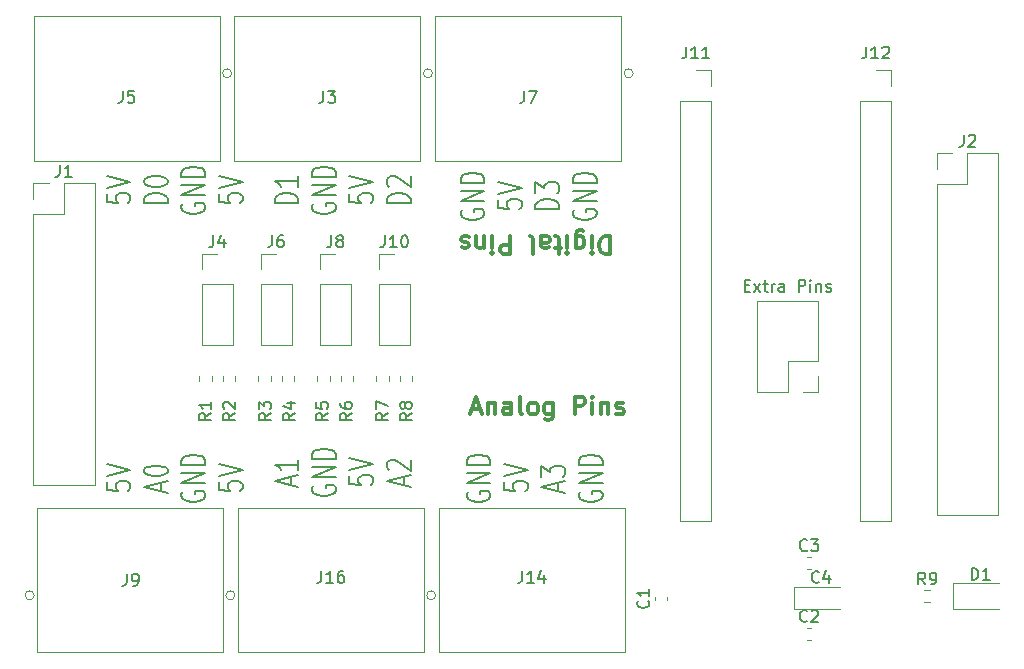
<source format=gbr>
%TF.GenerationSoftware,KiCad,Pcbnew,(5.1.10)-1*%
%TF.CreationDate,2022-02-05T10:08:01-05:00*%
%TF.ProjectId,RevA,52657641-2e6b-4696-9361-645f70636258,rev?*%
%TF.SameCoordinates,Original*%
%TF.FileFunction,Legend,Top*%
%TF.FilePolarity,Positive*%
%FSLAX46Y46*%
G04 Gerber Fmt 4.6, Leading zero omitted, Abs format (unit mm)*
G04 Created by KiCad (PCBNEW (5.1.10)-1) date 2022-02-05 10:08:01*
%MOMM*%
%LPD*%
G01*
G04 APERTURE LIST*
%ADD10C,0.170000*%
%ADD11C,0.300000*%
%ADD12C,0.120000*%
%ADD13C,0.150000*%
G04 APERTURE END LIST*
D10*
X167885761Y-86137714D02*
X167885761Y-86852000D01*
X168838142Y-86923428D01*
X168742904Y-86852000D01*
X168647666Y-86709142D01*
X168647666Y-86352000D01*
X168742904Y-86209142D01*
X168838142Y-86137714D01*
X169028619Y-86066285D01*
X169504809Y-86066285D01*
X169695285Y-86137714D01*
X169790523Y-86209142D01*
X169885761Y-86352000D01*
X169885761Y-86709142D01*
X169790523Y-86852000D01*
X169695285Y-86923428D01*
X167885761Y-85637714D02*
X169885761Y-85137714D01*
X167885761Y-84637714D01*
X173055761Y-86959142D02*
X171055761Y-86959142D01*
X171055761Y-86602000D01*
X171151000Y-86387714D01*
X171341476Y-86244857D01*
X171531952Y-86173428D01*
X171912904Y-86102000D01*
X172198619Y-86102000D01*
X172579571Y-86173428D01*
X172770047Y-86244857D01*
X172960523Y-86387714D01*
X173055761Y-86602000D01*
X173055761Y-86959142D01*
X171055761Y-85173428D02*
X171055761Y-85030571D01*
X171151000Y-84887714D01*
X171246238Y-84816285D01*
X171436714Y-84744857D01*
X171817666Y-84673428D01*
X172293857Y-84673428D01*
X172674809Y-84744857D01*
X172865285Y-84816285D01*
X172960523Y-84887714D01*
X173055761Y-85030571D01*
X173055761Y-85173428D01*
X172960523Y-85316285D01*
X172865285Y-85387714D01*
X172674809Y-85459142D01*
X172293857Y-85530571D01*
X171817666Y-85530571D01*
X171436714Y-85459142D01*
X171246238Y-85387714D01*
X171151000Y-85316285D01*
X171055761Y-85173428D01*
X174321000Y-86994857D02*
X174225761Y-87137714D01*
X174225761Y-87352000D01*
X174321000Y-87566285D01*
X174511476Y-87709142D01*
X174701952Y-87780571D01*
X175082904Y-87852000D01*
X175368619Y-87852000D01*
X175749571Y-87780571D01*
X175940047Y-87709142D01*
X176130523Y-87566285D01*
X176225761Y-87352000D01*
X176225761Y-87209142D01*
X176130523Y-86994857D01*
X176035285Y-86923428D01*
X175368619Y-86923428D01*
X175368619Y-87209142D01*
X176225761Y-86280571D02*
X174225761Y-86280571D01*
X176225761Y-85423428D01*
X174225761Y-85423428D01*
X176225761Y-84709142D02*
X174225761Y-84709142D01*
X174225761Y-84352000D01*
X174321000Y-84137714D01*
X174511476Y-83994857D01*
X174701952Y-83923428D01*
X175082904Y-83852000D01*
X175368619Y-83852000D01*
X175749571Y-83923428D01*
X175940047Y-83994857D01*
X176130523Y-84137714D01*
X176225761Y-84352000D01*
X176225761Y-84709142D01*
X177395761Y-86137714D02*
X177395761Y-86852000D01*
X178348142Y-86923428D01*
X178252904Y-86852000D01*
X178157666Y-86709142D01*
X178157666Y-86352000D01*
X178252904Y-86209142D01*
X178348142Y-86137714D01*
X178538619Y-86066285D01*
X179014809Y-86066285D01*
X179205285Y-86137714D01*
X179300523Y-86209142D01*
X179395761Y-86352000D01*
X179395761Y-86709142D01*
X179300523Y-86852000D01*
X179205285Y-86923428D01*
X177395761Y-85637714D02*
X179395761Y-85137714D01*
X177395761Y-84637714D01*
X184109761Y-86959142D02*
X182109761Y-86959142D01*
X182109761Y-86602000D01*
X182205000Y-86387714D01*
X182395476Y-86244857D01*
X182585952Y-86173428D01*
X182966904Y-86102000D01*
X183252619Y-86102000D01*
X183633571Y-86173428D01*
X183824047Y-86244857D01*
X184014523Y-86387714D01*
X184109761Y-86602000D01*
X184109761Y-86959142D01*
X184109761Y-84673428D02*
X184109761Y-85530571D01*
X184109761Y-85102000D02*
X182109761Y-85102000D01*
X182395476Y-85244857D01*
X182585952Y-85387714D01*
X182681190Y-85530571D01*
X185375000Y-86994857D02*
X185279761Y-87137714D01*
X185279761Y-87352000D01*
X185375000Y-87566285D01*
X185565476Y-87709142D01*
X185755952Y-87780571D01*
X186136904Y-87852000D01*
X186422619Y-87852000D01*
X186803571Y-87780571D01*
X186994047Y-87709142D01*
X187184523Y-87566285D01*
X187279761Y-87352000D01*
X187279761Y-87209142D01*
X187184523Y-86994857D01*
X187089285Y-86923428D01*
X186422619Y-86923428D01*
X186422619Y-87209142D01*
X187279761Y-86280571D02*
X185279761Y-86280571D01*
X187279761Y-85423428D01*
X185279761Y-85423428D01*
X187279761Y-84709142D02*
X185279761Y-84709142D01*
X185279761Y-84352000D01*
X185375000Y-84137714D01*
X185565476Y-83994857D01*
X185755952Y-83923428D01*
X186136904Y-83852000D01*
X186422619Y-83852000D01*
X186803571Y-83923428D01*
X186994047Y-83994857D01*
X187184523Y-84137714D01*
X187279761Y-84352000D01*
X187279761Y-84709142D01*
X188449761Y-86137714D02*
X188449761Y-86852000D01*
X189402142Y-86923428D01*
X189306904Y-86852000D01*
X189211666Y-86709142D01*
X189211666Y-86352000D01*
X189306904Y-86209142D01*
X189402142Y-86137714D01*
X189592619Y-86066285D01*
X190068809Y-86066285D01*
X190259285Y-86137714D01*
X190354523Y-86209142D01*
X190449761Y-86352000D01*
X190449761Y-86709142D01*
X190354523Y-86852000D01*
X190259285Y-86923428D01*
X188449761Y-85637714D02*
X190449761Y-85137714D01*
X188449761Y-84637714D01*
X193619761Y-86959142D02*
X191619761Y-86959142D01*
X191619761Y-86602000D01*
X191715000Y-86387714D01*
X191905476Y-86244857D01*
X192095952Y-86173428D01*
X192476904Y-86102000D01*
X192762619Y-86102000D01*
X193143571Y-86173428D01*
X193334047Y-86244857D01*
X193524523Y-86387714D01*
X193619761Y-86602000D01*
X193619761Y-86959142D01*
X191810238Y-85530571D02*
X191715000Y-85459142D01*
X191619761Y-85316285D01*
X191619761Y-84959142D01*
X191715000Y-84816285D01*
X191810238Y-84744857D01*
X192000714Y-84673428D01*
X192191190Y-84673428D01*
X192476904Y-84744857D01*
X193619761Y-85602000D01*
X193619761Y-84673428D01*
X197953000Y-87502857D02*
X197857761Y-87645714D01*
X197857761Y-87860000D01*
X197953000Y-88074285D01*
X198143476Y-88217142D01*
X198333952Y-88288571D01*
X198714904Y-88360000D01*
X199000619Y-88360000D01*
X199381571Y-88288571D01*
X199572047Y-88217142D01*
X199762523Y-88074285D01*
X199857761Y-87860000D01*
X199857761Y-87717142D01*
X199762523Y-87502857D01*
X199667285Y-87431428D01*
X199000619Y-87431428D01*
X199000619Y-87717142D01*
X199857761Y-86788571D02*
X197857761Y-86788571D01*
X199857761Y-85931428D01*
X197857761Y-85931428D01*
X199857761Y-85217142D02*
X197857761Y-85217142D01*
X197857761Y-84860000D01*
X197953000Y-84645714D01*
X198143476Y-84502857D01*
X198333952Y-84431428D01*
X198714904Y-84360000D01*
X199000619Y-84360000D01*
X199381571Y-84431428D01*
X199572047Y-84502857D01*
X199762523Y-84645714D01*
X199857761Y-84860000D01*
X199857761Y-85217142D01*
X201027761Y-86645714D02*
X201027761Y-87360000D01*
X201980142Y-87431428D01*
X201884904Y-87360000D01*
X201789666Y-87217142D01*
X201789666Y-86860000D01*
X201884904Y-86717142D01*
X201980142Y-86645714D01*
X202170619Y-86574285D01*
X202646809Y-86574285D01*
X202837285Y-86645714D01*
X202932523Y-86717142D01*
X203027761Y-86860000D01*
X203027761Y-87217142D01*
X202932523Y-87360000D01*
X202837285Y-87431428D01*
X201027761Y-86145714D02*
X203027761Y-85645714D01*
X201027761Y-85145714D01*
X206197761Y-87467142D02*
X204197761Y-87467142D01*
X204197761Y-87110000D01*
X204293000Y-86895714D01*
X204483476Y-86752857D01*
X204673952Y-86681428D01*
X205054904Y-86610000D01*
X205340619Y-86610000D01*
X205721571Y-86681428D01*
X205912047Y-86752857D01*
X206102523Y-86895714D01*
X206197761Y-87110000D01*
X206197761Y-87467142D01*
X204197761Y-86110000D02*
X204197761Y-85181428D01*
X204959666Y-85681428D01*
X204959666Y-85467142D01*
X205054904Y-85324285D01*
X205150142Y-85252857D01*
X205340619Y-85181428D01*
X205816809Y-85181428D01*
X206007285Y-85252857D01*
X206102523Y-85324285D01*
X206197761Y-85467142D01*
X206197761Y-85895714D01*
X206102523Y-86038571D01*
X206007285Y-86110000D01*
X207463000Y-87502857D02*
X207367761Y-87645714D01*
X207367761Y-87860000D01*
X207463000Y-88074285D01*
X207653476Y-88217142D01*
X207843952Y-88288571D01*
X208224904Y-88360000D01*
X208510619Y-88360000D01*
X208891571Y-88288571D01*
X209082047Y-88217142D01*
X209272523Y-88074285D01*
X209367761Y-87860000D01*
X209367761Y-87717142D01*
X209272523Y-87502857D01*
X209177285Y-87431428D01*
X208510619Y-87431428D01*
X208510619Y-87717142D01*
X209367761Y-86788571D02*
X207367761Y-86788571D01*
X209367761Y-85931428D01*
X207367761Y-85931428D01*
X209367761Y-85217142D02*
X207367761Y-85217142D01*
X207367761Y-84860000D01*
X207463000Y-84645714D01*
X207653476Y-84502857D01*
X207843952Y-84431428D01*
X208224904Y-84360000D01*
X208510619Y-84360000D01*
X208891571Y-84431428D01*
X209082047Y-84502857D01*
X209272523Y-84645714D01*
X209367761Y-84860000D01*
X209367761Y-85217142D01*
X198461000Y-111378857D02*
X198365761Y-111521714D01*
X198365761Y-111736000D01*
X198461000Y-111950285D01*
X198651476Y-112093142D01*
X198841952Y-112164571D01*
X199222904Y-112236000D01*
X199508619Y-112236000D01*
X199889571Y-112164571D01*
X200080047Y-112093142D01*
X200270523Y-111950285D01*
X200365761Y-111736000D01*
X200365761Y-111593142D01*
X200270523Y-111378857D01*
X200175285Y-111307428D01*
X199508619Y-111307428D01*
X199508619Y-111593142D01*
X200365761Y-110664571D02*
X198365761Y-110664571D01*
X200365761Y-109807428D01*
X198365761Y-109807428D01*
X200365761Y-109093142D02*
X198365761Y-109093142D01*
X198365761Y-108736000D01*
X198461000Y-108521714D01*
X198651476Y-108378857D01*
X198841952Y-108307428D01*
X199222904Y-108236000D01*
X199508619Y-108236000D01*
X199889571Y-108307428D01*
X200080047Y-108378857D01*
X200270523Y-108521714D01*
X200365761Y-108736000D01*
X200365761Y-109093142D01*
X201535761Y-110521714D02*
X201535761Y-111236000D01*
X202488142Y-111307428D01*
X202392904Y-111236000D01*
X202297666Y-111093142D01*
X202297666Y-110736000D01*
X202392904Y-110593142D01*
X202488142Y-110521714D01*
X202678619Y-110450285D01*
X203154809Y-110450285D01*
X203345285Y-110521714D01*
X203440523Y-110593142D01*
X203535761Y-110736000D01*
X203535761Y-111093142D01*
X203440523Y-111236000D01*
X203345285Y-111307428D01*
X201535761Y-110021714D02*
X203535761Y-109521714D01*
X201535761Y-109021714D01*
X206134333Y-111307428D02*
X206134333Y-110593142D01*
X206705761Y-111450285D02*
X204705761Y-110950285D01*
X206705761Y-110450285D01*
X204705761Y-110093142D02*
X204705761Y-109164571D01*
X205467666Y-109664571D01*
X205467666Y-109450285D01*
X205562904Y-109307428D01*
X205658142Y-109236000D01*
X205848619Y-109164571D01*
X206324809Y-109164571D01*
X206515285Y-109236000D01*
X206610523Y-109307428D01*
X206705761Y-109450285D01*
X206705761Y-109878857D01*
X206610523Y-110021714D01*
X206515285Y-110093142D01*
X207971000Y-111378857D02*
X207875761Y-111521714D01*
X207875761Y-111736000D01*
X207971000Y-111950285D01*
X208161476Y-112093142D01*
X208351952Y-112164571D01*
X208732904Y-112236000D01*
X209018619Y-112236000D01*
X209399571Y-112164571D01*
X209590047Y-112093142D01*
X209780523Y-111950285D01*
X209875761Y-111736000D01*
X209875761Y-111593142D01*
X209780523Y-111378857D01*
X209685285Y-111307428D01*
X209018619Y-111307428D01*
X209018619Y-111593142D01*
X209875761Y-110664571D02*
X207875761Y-110664571D01*
X209875761Y-109807428D01*
X207875761Y-109807428D01*
X209875761Y-109093142D02*
X207875761Y-109093142D01*
X207875761Y-108736000D01*
X207971000Y-108521714D01*
X208161476Y-108378857D01*
X208351952Y-108307428D01*
X208732904Y-108236000D01*
X209018619Y-108236000D01*
X209399571Y-108307428D01*
X209590047Y-108378857D01*
X209780523Y-108521714D01*
X209875761Y-108736000D01*
X209875761Y-109093142D01*
X183538333Y-110799428D02*
X183538333Y-110085142D01*
X184109761Y-110942285D02*
X182109761Y-110442285D01*
X184109761Y-109942285D01*
X184109761Y-108656571D02*
X184109761Y-109513714D01*
X184109761Y-109085142D02*
X182109761Y-109085142D01*
X182395476Y-109228000D01*
X182585952Y-109370857D01*
X182681190Y-109513714D01*
X185375000Y-110870857D02*
X185279761Y-111013714D01*
X185279761Y-111228000D01*
X185375000Y-111442285D01*
X185565476Y-111585142D01*
X185755952Y-111656571D01*
X186136904Y-111728000D01*
X186422619Y-111728000D01*
X186803571Y-111656571D01*
X186994047Y-111585142D01*
X187184523Y-111442285D01*
X187279761Y-111228000D01*
X187279761Y-111085142D01*
X187184523Y-110870857D01*
X187089285Y-110799428D01*
X186422619Y-110799428D01*
X186422619Y-111085142D01*
X187279761Y-110156571D02*
X185279761Y-110156571D01*
X187279761Y-109299428D01*
X185279761Y-109299428D01*
X187279761Y-108585142D02*
X185279761Y-108585142D01*
X185279761Y-108228000D01*
X185375000Y-108013714D01*
X185565476Y-107870857D01*
X185755952Y-107799428D01*
X186136904Y-107728000D01*
X186422619Y-107728000D01*
X186803571Y-107799428D01*
X186994047Y-107870857D01*
X187184523Y-108013714D01*
X187279761Y-108228000D01*
X187279761Y-108585142D01*
X188449761Y-110013714D02*
X188449761Y-110728000D01*
X189402142Y-110799428D01*
X189306904Y-110728000D01*
X189211666Y-110585142D01*
X189211666Y-110228000D01*
X189306904Y-110085142D01*
X189402142Y-110013714D01*
X189592619Y-109942285D01*
X190068809Y-109942285D01*
X190259285Y-110013714D01*
X190354523Y-110085142D01*
X190449761Y-110228000D01*
X190449761Y-110585142D01*
X190354523Y-110728000D01*
X190259285Y-110799428D01*
X188449761Y-109513714D02*
X190449761Y-109013714D01*
X188449761Y-108513714D01*
X193048333Y-110799428D02*
X193048333Y-110085142D01*
X193619761Y-110942285D02*
X191619761Y-110442285D01*
X193619761Y-109942285D01*
X191810238Y-109513714D02*
X191715000Y-109442285D01*
X191619761Y-109299428D01*
X191619761Y-108942285D01*
X191715000Y-108799428D01*
X191810238Y-108728000D01*
X192000714Y-108656571D01*
X192191190Y-108656571D01*
X192476904Y-108728000D01*
X193619761Y-109585142D01*
X193619761Y-108656571D01*
X167885761Y-110521714D02*
X167885761Y-111236000D01*
X168838142Y-111307428D01*
X168742904Y-111236000D01*
X168647666Y-111093142D01*
X168647666Y-110736000D01*
X168742904Y-110593142D01*
X168838142Y-110521714D01*
X169028619Y-110450285D01*
X169504809Y-110450285D01*
X169695285Y-110521714D01*
X169790523Y-110593142D01*
X169885761Y-110736000D01*
X169885761Y-111093142D01*
X169790523Y-111236000D01*
X169695285Y-111307428D01*
X167885761Y-110021714D02*
X169885761Y-109521714D01*
X167885761Y-109021714D01*
X172484333Y-111307428D02*
X172484333Y-110593142D01*
X173055761Y-111450285D02*
X171055761Y-110950285D01*
X173055761Y-110450285D01*
X171055761Y-109664571D02*
X171055761Y-109521714D01*
X171151000Y-109378857D01*
X171246238Y-109307428D01*
X171436714Y-109236000D01*
X171817666Y-109164571D01*
X172293857Y-109164571D01*
X172674809Y-109236000D01*
X172865285Y-109307428D01*
X172960523Y-109378857D01*
X173055761Y-109521714D01*
X173055761Y-109664571D01*
X172960523Y-109807428D01*
X172865285Y-109878857D01*
X172674809Y-109950285D01*
X172293857Y-110021714D01*
X171817666Y-110021714D01*
X171436714Y-109950285D01*
X171246238Y-109878857D01*
X171151000Y-109807428D01*
X171055761Y-109664571D01*
X174321000Y-111378857D02*
X174225761Y-111521714D01*
X174225761Y-111736000D01*
X174321000Y-111950285D01*
X174511476Y-112093142D01*
X174701952Y-112164571D01*
X175082904Y-112236000D01*
X175368619Y-112236000D01*
X175749571Y-112164571D01*
X175940047Y-112093142D01*
X176130523Y-111950285D01*
X176225761Y-111736000D01*
X176225761Y-111593142D01*
X176130523Y-111378857D01*
X176035285Y-111307428D01*
X175368619Y-111307428D01*
X175368619Y-111593142D01*
X176225761Y-110664571D02*
X174225761Y-110664571D01*
X176225761Y-109807428D01*
X174225761Y-109807428D01*
X176225761Y-109093142D02*
X174225761Y-109093142D01*
X174225761Y-108736000D01*
X174321000Y-108521714D01*
X174511476Y-108378857D01*
X174701952Y-108307428D01*
X175082904Y-108236000D01*
X175368619Y-108236000D01*
X175749571Y-108307428D01*
X175940047Y-108378857D01*
X176130523Y-108521714D01*
X176225761Y-108736000D01*
X176225761Y-109093142D01*
X177395761Y-110521714D02*
X177395761Y-111236000D01*
X178348142Y-111307428D01*
X178252904Y-111236000D01*
X178157666Y-111093142D01*
X178157666Y-110736000D01*
X178252904Y-110593142D01*
X178348142Y-110521714D01*
X178538619Y-110450285D01*
X179014809Y-110450285D01*
X179205285Y-110521714D01*
X179300523Y-110593142D01*
X179395761Y-110736000D01*
X179395761Y-111093142D01*
X179300523Y-111236000D01*
X179205285Y-111307428D01*
X177395761Y-110021714D02*
X179395761Y-109521714D01*
X177395761Y-109021714D01*
D11*
X210466000Y-89745428D02*
X210466000Y-91245428D01*
X210108857Y-91245428D01*
X209894571Y-91174000D01*
X209751714Y-91031142D01*
X209680285Y-90888285D01*
X209608857Y-90602571D01*
X209608857Y-90388285D01*
X209680285Y-90102571D01*
X209751714Y-89959714D01*
X209894571Y-89816857D01*
X210108857Y-89745428D01*
X210466000Y-89745428D01*
X208966000Y-89745428D02*
X208966000Y-90745428D01*
X208966000Y-91245428D02*
X209037428Y-91174000D01*
X208966000Y-91102571D01*
X208894571Y-91174000D01*
X208966000Y-91245428D01*
X208966000Y-91102571D01*
X207608857Y-90745428D02*
X207608857Y-89531142D01*
X207680285Y-89388285D01*
X207751714Y-89316857D01*
X207894571Y-89245428D01*
X208108857Y-89245428D01*
X208251714Y-89316857D01*
X207608857Y-89816857D02*
X207751714Y-89745428D01*
X208037428Y-89745428D01*
X208180285Y-89816857D01*
X208251714Y-89888285D01*
X208323142Y-90031142D01*
X208323142Y-90459714D01*
X208251714Y-90602571D01*
X208180285Y-90674000D01*
X208037428Y-90745428D01*
X207751714Y-90745428D01*
X207608857Y-90674000D01*
X206894571Y-89745428D02*
X206894571Y-90745428D01*
X206894571Y-91245428D02*
X206966000Y-91174000D01*
X206894571Y-91102571D01*
X206823142Y-91174000D01*
X206894571Y-91245428D01*
X206894571Y-91102571D01*
X206394571Y-90745428D02*
X205823142Y-90745428D01*
X206180285Y-91245428D02*
X206180285Y-89959714D01*
X206108857Y-89816857D01*
X205966000Y-89745428D01*
X205823142Y-89745428D01*
X204680285Y-89745428D02*
X204680285Y-90531142D01*
X204751714Y-90674000D01*
X204894571Y-90745428D01*
X205180285Y-90745428D01*
X205323142Y-90674000D01*
X204680285Y-89816857D02*
X204823142Y-89745428D01*
X205180285Y-89745428D01*
X205323142Y-89816857D01*
X205394571Y-89959714D01*
X205394571Y-90102571D01*
X205323142Y-90245428D01*
X205180285Y-90316857D01*
X204823142Y-90316857D01*
X204680285Y-90388285D01*
X203751714Y-89745428D02*
X203894571Y-89816857D01*
X203966000Y-89959714D01*
X203966000Y-91245428D01*
X202037428Y-89745428D02*
X202037428Y-91245428D01*
X201466000Y-91245428D01*
X201323142Y-91174000D01*
X201251714Y-91102571D01*
X201180285Y-90959714D01*
X201180285Y-90745428D01*
X201251714Y-90602571D01*
X201323142Y-90531142D01*
X201466000Y-90459714D01*
X202037428Y-90459714D01*
X200537428Y-89745428D02*
X200537428Y-90745428D01*
X200537428Y-91245428D02*
X200608857Y-91174000D01*
X200537428Y-91102571D01*
X200466000Y-91174000D01*
X200537428Y-91245428D01*
X200537428Y-91102571D01*
X199823142Y-90745428D02*
X199823142Y-89745428D01*
X199823142Y-90602571D02*
X199751714Y-90674000D01*
X199608857Y-90745428D01*
X199394571Y-90745428D01*
X199251714Y-90674000D01*
X199180285Y-90531142D01*
X199180285Y-89745428D01*
X198537428Y-89816857D02*
X198394571Y-89745428D01*
X198108857Y-89745428D01*
X197966000Y-89816857D01*
X197894571Y-89959714D01*
X197894571Y-90031142D01*
X197966000Y-90174000D01*
X198108857Y-90245428D01*
X198323142Y-90245428D01*
X198466000Y-90316857D01*
X198537428Y-90459714D01*
X198537428Y-90531142D01*
X198466000Y-90674000D01*
X198323142Y-90745428D01*
X198108857Y-90745428D01*
X197966000Y-90674000D01*
X198803428Y-104390000D02*
X199517714Y-104390000D01*
X198660571Y-104818571D02*
X199160571Y-103318571D01*
X199660571Y-104818571D01*
X200160571Y-103818571D02*
X200160571Y-104818571D01*
X200160571Y-103961428D02*
X200232000Y-103890000D01*
X200374857Y-103818571D01*
X200589142Y-103818571D01*
X200732000Y-103890000D01*
X200803428Y-104032857D01*
X200803428Y-104818571D01*
X202160571Y-104818571D02*
X202160571Y-104032857D01*
X202089142Y-103890000D01*
X201946285Y-103818571D01*
X201660571Y-103818571D01*
X201517714Y-103890000D01*
X202160571Y-104747142D02*
X202017714Y-104818571D01*
X201660571Y-104818571D01*
X201517714Y-104747142D01*
X201446285Y-104604285D01*
X201446285Y-104461428D01*
X201517714Y-104318571D01*
X201660571Y-104247142D01*
X202017714Y-104247142D01*
X202160571Y-104175714D01*
X203089142Y-104818571D02*
X202946285Y-104747142D01*
X202874857Y-104604285D01*
X202874857Y-103318571D01*
X203874857Y-104818571D02*
X203732000Y-104747142D01*
X203660571Y-104675714D01*
X203589142Y-104532857D01*
X203589142Y-104104285D01*
X203660571Y-103961428D01*
X203732000Y-103890000D01*
X203874857Y-103818571D01*
X204089142Y-103818571D01*
X204232000Y-103890000D01*
X204303428Y-103961428D01*
X204374857Y-104104285D01*
X204374857Y-104532857D01*
X204303428Y-104675714D01*
X204232000Y-104747142D01*
X204089142Y-104818571D01*
X203874857Y-104818571D01*
X205660571Y-103818571D02*
X205660571Y-105032857D01*
X205589142Y-105175714D01*
X205517714Y-105247142D01*
X205374857Y-105318571D01*
X205160571Y-105318571D01*
X205017714Y-105247142D01*
X205660571Y-104747142D02*
X205517714Y-104818571D01*
X205232000Y-104818571D01*
X205089142Y-104747142D01*
X205017714Y-104675714D01*
X204946285Y-104532857D01*
X204946285Y-104104285D01*
X205017714Y-103961428D01*
X205089142Y-103890000D01*
X205232000Y-103818571D01*
X205517714Y-103818571D01*
X205660571Y-103890000D01*
X207517714Y-104818571D02*
X207517714Y-103318571D01*
X208089142Y-103318571D01*
X208232000Y-103390000D01*
X208303428Y-103461428D01*
X208374857Y-103604285D01*
X208374857Y-103818571D01*
X208303428Y-103961428D01*
X208232000Y-104032857D01*
X208089142Y-104104285D01*
X207517714Y-104104285D01*
X209017714Y-104818571D02*
X209017714Y-103818571D01*
X209017714Y-103318571D02*
X208946285Y-103390000D01*
X209017714Y-103461428D01*
X209089142Y-103390000D01*
X209017714Y-103318571D01*
X209017714Y-103461428D01*
X209732000Y-103818571D02*
X209732000Y-104818571D01*
X209732000Y-103961428D02*
X209803428Y-103890000D01*
X209946285Y-103818571D01*
X210160571Y-103818571D01*
X210303428Y-103890000D01*
X210374857Y-104032857D01*
X210374857Y-104818571D01*
X211017714Y-104747142D02*
X211160571Y-104818571D01*
X211446285Y-104818571D01*
X211589142Y-104747142D01*
X211660571Y-104604285D01*
X211660571Y-104532857D01*
X211589142Y-104390000D01*
X211446285Y-104318571D01*
X211232000Y-104318571D01*
X211089142Y-104247142D01*
X211017714Y-104104285D01*
X211017714Y-104032857D01*
X211089142Y-103890000D01*
X211232000Y-103818571D01*
X211446285Y-103818571D01*
X211589142Y-103890000D01*
D12*
%TO.C,C1*%
X215308000Y-120570580D02*
X215308000Y-120289420D01*
X214288000Y-120570580D02*
X214288000Y-120289420D01*
%TO.C,C2*%
X227217420Y-122870000D02*
X227498580Y-122870000D01*
X227217420Y-123890000D02*
X227498580Y-123890000D01*
%TO.C,C3*%
X227217420Y-117890000D02*
X227498580Y-117890000D01*
X227217420Y-116870000D02*
X227498580Y-116870000D01*
%TO.C,C4*%
X229958000Y-119445000D02*
X226048000Y-119445000D01*
X226048000Y-119445000D02*
X226048000Y-121315000D01*
X226048000Y-121315000D02*
X229958000Y-121315000D01*
%TO.C,D1*%
X239573000Y-121333000D02*
X243458000Y-121333000D01*
X239573000Y-119063000D02*
X239573000Y-121333000D01*
X243458000Y-119063000D02*
X239573000Y-119063000D01*
%TO.C,J1*%
X161670000Y-85240000D02*
X163000000Y-85240000D01*
X161670000Y-86570000D02*
X161670000Y-85240000D01*
X164270000Y-85240000D02*
X166870000Y-85240000D01*
X164270000Y-87840000D02*
X164270000Y-85240000D01*
X161670000Y-87840000D02*
X164270000Y-87840000D01*
X166870000Y-85240000D02*
X166870000Y-110760000D01*
X161670000Y-87840000D02*
X161670000Y-110760000D01*
X161670000Y-110760000D02*
X166870000Y-110760000D01*
%TO.C,J2*%
X238170000Y-82700000D02*
X239500000Y-82700000D01*
X238170000Y-84030000D02*
X238170000Y-82700000D01*
X240770000Y-82700000D02*
X243370000Y-82700000D01*
X240770000Y-85300000D02*
X240770000Y-82700000D01*
X238170000Y-85300000D02*
X240770000Y-85300000D01*
X243370000Y-82700000D02*
X243370000Y-113300000D01*
X238170000Y-85300000D02*
X238170000Y-113300000D01*
X238170000Y-113300000D02*
X243370000Y-113300000D01*
%TO.C,J4*%
X175920000Y-98950000D02*
X178580000Y-98950000D01*
X175920000Y-93810000D02*
X175920000Y-98950000D01*
X178580000Y-93810000D02*
X178580000Y-98950000D01*
X175920000Y-93810000D02*
X178580000Y-93810000D01*
X175920000Y-92540000D02*
X175920000Y-91210000D01*
X175920000Y-91210000D02*
X177250000Y-91210000D01*
%TO.C,J6*%
X180920000Y-98950000D02*
X183580000Y-98950000D01*
X180920000Y-93810000D02*
X180920000Y-98950000D01*
X183580000Y-93810000D02*
X183580000Y-98950000D01*
X180920000Y-93810000D02*
X183580000Y-93810000D01*
X180920000Y-92540000D02*
X180920000Y-91210000D01*
X180920000Y-91210000D02*
X182250000Y-91210000D01*
%TO.C,J8*%
X185920000Y-98950000D02*
X188580000Y-98950000D01*
X185920000Y-93810000D02*
X185920000Y-98950000D01*
X188580000Y-93810000D02*
X188580000Y-98950000D01*
X185920000Y-93810000D02*
X188580000Y-93810000D01*
X185920000Y-92540000D02*
X185920000Y-91210000D01*
X185920000Y-91210000D02*
X187250000Y-91210000D01*
%TO.C,J10*%
X190920000Y-98950000D02*
X193580000Y-98950000D01*
X190920000Y-93810000D02*
X190920000Y-98950000D01*
X193580000Y-93810000D02*
X193580000Y-98950000D01*
X190920000Y-93810000D02*
X193580000Y-93810000D01*
X190920000Y-92540000D02*
X190920000Y-91210000D01*
X190920000Y-91210000D02*
X192250000Y-91210000D01*
%TO.C,J11*%
X217760000Y-75670000D02*
X219090000Y-75670000D01*
X219090000Y-75670000D02*
X219090000Y-77000000D01*
X219090000Y-78270000D02*
X219090000Y-113890000D01*
X216430000Y-113890000D02*
X219090000Y-113890000D01*
X216430000Y-78270000D02*
X216430000Y-113890000D01*
X216430000Y-78270000D02*
X219090000Y-78270000D01*
%TO.C,J12*%
X231670000Y-78270000D02*
X234330000Y-78270000D01*
X231670000Y-78270000D02*
X231670000Y-113890000D01*
X231670000Y-113890000D02*
X234330000Y-113890000D01*
X234330000Y-78270000D02*
X234330000Y-113890000D01*
X234330000Y-75670000D02*
X234330000Y-77000000D01*
X233000000Y-75670000D02*
X234330000Y-75670000D01*
%TO.C,J13*%
X228152000Y-102930000D02*
X226822000Y-102930000D01*
X228152000Y-101600000D02*
X228152000Y-102930000D01*
X225552000Y-102930000D02*
X222952000Y-102930000D01*
X225552000Y-100330000D02*
X225552000Y-102930000D01*
X228152000Y-100330000D02*
X225552000Y-100330000D01*
X222952000Y-102930000D02*
X222952000Y-95190000D01*
X228152000Y-100330000D02*
X228152000Y-95190000D01*
X228152000Y-95190000D02*
X222952000Y-95190000D01*
%TO.C,R1*%
X176772500Y-101552742D02*
X176772500Y-102027258D01*
X175727500Y-101552742D02*
X175727500Y-102027258D01*
%TO.C,R2*%
X178772500Y-101552742D02*
X178772500Y-102027258D01*
X177727500Y-101552742D02*
X177727500Y-102027258D01*
%TO.C,R3*%
X180727500Y-101552742D02*
X180727500Y-102027258D01*
X181772500Y-101552742D02*
X181772500Y-102027258D01*
%TO.C,R4*%
X183772500Y-101552742D02*
X183772500Y-102027258D01*
X182727500Y-101552742D02*
X182727500Y-102027258D01*
%TO.C,R5*%
X185727500Y-101552742D02*
X185727500Y-102027258D01*
X186772500Y-101552742D02*
X186772500Y-102027258D01*
%TO.C,R6*%
X188772500Y-101552742D02*
X188772500Y-102027258D01*
X187727500Y-101552742D02*
X187727500Y-102027258D01*
%TO.C,R7*%
X190727500Y-101552742D02*
X190727500Y-102027258D01*
X191772500Y-101552742D02*
X191772500Y-102027258D01*
%TO.C,R8*%
X193772500Y-101552742D02*
X193772500Y-102027258D01*
X192727500Y-101552742D02*
X192727500Y-102027258D01*
%TO.C,R9*%
X237120742Y-120720500D02*
X237595258Y-120720500D01*
X237120742Y-119675500D02*
X237595258Y-119675500D01*
%TO.C,J3*%
X195467000Y-75946000D02*
G75*
G03*
X195467000Y-75946000I-381000J0D01*
G01*
X194451000Y-83373001D02*
X194451000Y-71119002D01*
X178697000Y-83373001D02*
X194451000Y-83373001D01*
X178697000Y-71119002D02*
X178697000Y-83373001D01*
X194451000Y-71119002D02*
X178697000Y-71119002D01*
%TO.C,J5*%
X177451000Y-71119002D02*
X161697000Y-71119002D01*
X161697000Y-71119002D02*
X161697000Y-83373001D01*
X161697000Y-83373001D02*
X177451000Y-83373001D01*
X177451000Y-83373001D02*
X177451000Y-71119002D01*
X178467000Y-75946000D02*
G75*
G03*
X178467000Y-75946000I-381000J0D01*
G01*
%TO.C,J7*%
X212467000Y-75946000D02*
G75*
G03*
X212467000Y-75946000I-381000J0D01*
G01*
X211451000Y-83373001D02*
X211451000Y-71119002D01*
X195697000Y-83373001D02*
X211451000Y-83373001D01*
X195697000Y-71119002D02*
X195697000Y-83373001D01*
X211451000Y-71119002D02*
X195697000Y-71119002D01*
%TO.C,J9*%
X162001000Y-124968998D02*
X177755000Y-124968998D01*
X177755000Y-124968998D02*
X177755000Y-112714999D01*
X177755000Y-112714999D02*
X162001000Y-112714999D01*
X162001000Y-112714999D02*
X162001000Y-124968998D01*
X161747000Y-120142000D02*
G75*
G03*
X161747000Y-120142000I-381000J0D01*
G01*
%TO.C,J14*%
X196001000Y-124968998D02*
X211755000Y-124968998D01*
X211755000Y-124968998D02*
X211755000Y-112714999D01*
X211755000Y-112714999D02*
X196001000Y-112714999D01*
X196001000Y-112714999D02*
X196001000Y-124968998D01*
X195747000Y-120142000D02*
G75*
G03*
X195747000Y-120142000I-381000J0D01*
G01*
%TO.C,J16*%
X179001000Y-124968998D02*
X194755000Y-124968998D01*
X194755000Y-124968998D02*
X194755000Y-112714999D01*
X194755000Y-112714999D02*
X179001000Y-112714999D01*
X179001000Y-112714999D02*
X179001000Y-124968998D01*
X178747000Y-120142000D02*
G75*
G03*
X178747000Y-120142000I-381000J0D01*
G01*
%TO.C,C1*%
D13*
X213725142Y-120596666D02*
X213772761Y-120644285D01*
X213820380Y-120787142D01*
X213820380Y-120882380D01*
X213772761Y-121025238D01*
X213677523Y-121120476D01*
X213582285Y-121168095D01*
X213391809Y-121215714D01*
X213248952Y-121215714D01*
X213058476Y-121168095D01*
X212963238Y-121120476D01*
X212868000Y-121025238D01*
X212820380Y-120882380D01*
X212820380Y-120787142D01*
X212868000Y-120644285D01*
X212915619Y-120596666D01*
X213820380Y-119644285D02*
X213820380Y-120215714D01*
X213820380Y-119930000D02*
X212820380Y-119930000D01*
X212963238Y-120025238D01*
X213058476Y-120120476D01*
X213106095Y-120215714D01*
%TO.C,C2*%
X227191333Y-122307142D02*
X227143714Y-122354761D01*
X227000857Y-122402380D01*
X226905619Y-122402380D01*
X226762761Y-122354761D01*
X226667523Y-122259523D01*
X226619904Y-122164285D01*
X226572285Y-121973809D01*
X226572285Y-121830952D01*
X226619904Y-121640476D01*
X226667523Y-121545238D01*
X226762761Y-121450000D01*
X226905619Y-121402380D01*
X227000857Y-121402380D01*
X227143714Y-121450000D01*
X227191333Y-121497619D01*
X227572285Y-121497619D02*
X227619904Y-121450000D01*
X227715142Y-121402380D01*
X227953238Y-121402380D01*
X228048476Y-121450000D01*
X228096095Y-121497619D01*
X228143714Y-121592857D01*
X228143714Y-121688095D01*
X228096095Y-121830952D01*
X227524666Y-122402380D01*
X228143714Y-122402380D01*
%TO.C,C3*%
X227191333Y-116307142D02*
X227143714Y-116354761D01*
X227000857Y-116402380D01*
X226905619Y-116402380D01*
X226762761Y-116354761D01*
X226667523Y-116259523D01*
X226619904Y-116164285D01*
X226572285Y-115973809D01*
X226572285Y-115830952D01*
X226619904Y-115640476D01*
X226667523Y-115545238D01*
X226762761Y-115450000D01*
X226905619Y-115402380D01*
X227000857Y-115402380D01*
X227143714Y-115450000D01*
X227191333Y-115497619D01*
X227524666Y-115402380D02*
X228143714Y-115402380D01*
X227810380Y-115783333D01*
X227953238Y-115783333D01*
X228048476Y-115830952D01*
X228096095Y-115878571D01*
X228143714Y-115973809D01*
X228143714Y-116211904D01*
X228096095Y-116307142D01*
X228048476Y-116354761D01*
X227953238Y-116402380D01*
X227667523Y-116402380D01*
X227572285Y-116354761D01*
X227524666Y-116307142D01*
%TO.C,C4*%
X228191333Y-118987142D02*
X228143714Y-119034761D01*
X228000857Y-119082380D01*
X227905619Y-119082380D01*
X227762761Y-119034761D01*
X227667523Y-118939523D01*
X227619904Y-118844285D01*
X227572285Y-118653809D01*
X227572285Y-118510952D01*
X227619904Y-118320476D01*
X227667523Y-118225238D01*
X227762761Y-118130000D01*
X227905619Y-118082380D01*
X228000857Y-118082380D01*
X228143714Y-118130000D01*
X228191333Y-118177619D01*
X229048476Y-118415714D02*
X229048476Y-119082380D01*
X228810380Y-118034761D02*
X228572285Y-118749047D01*
X229191333Y-118749047D01*
%TO.C,D1*%
X241119904Y-118830380D02*
X241119904Y-117830380D01*
X241358000Y-117830380D01*
X241500857Y-117878000D01*
X241596095Y-117973238D01*
X241643714Y-118068476D01*
X241691333Y-118258952D01*
X241691333Y-118401809D01*
X241643714Y-118592285D01*
X241596095Y-118687523D01*
X241500857Y-118782761D01*
X241358000Y-118830380D01*
X241119904Y-118830380D01*
X242643714Y-118830380D02*
X242072285Y-118830380D01*
X242358000Y-118830380D02*
X242358000Y-117830380D01*
X242262761Y-117973238D01*
X242167523Y-118068476D01*
X242072285Y-118116095D01*
%TO.C,J1*%
X163936666Y-83692380D02*
X163936666Y-84406666D01*
X163889047Y-84549523D01*
X163793809Y-84644761D01*
X163650952Y-84692380D01*
X163555714Y-84692380D01*
X164936666Y-84692380D02*
X164365238Y-84692380D01*
X164650952Y-84692380D02*
X164650952Y-83692380D01*
X164555714Y-83835238D01*
X164460476Y-83930476D01*
X164365238Y-83978095D01*
%TO.C,J2*%
X240436666Y-81152380D02*
X240436666Y-81866666D01*
X240389047Y-82009523D01*
X240293809Y-82104761D01*
X240150952Y-82152380D01*
X240055714Y-82152380D01*
X240865238Y-81247619D02*
X240912857Y-81200000D01*
X241008095Y-81152380D01*
X241246190Y-81152380D01*
X241341428Y-81200000D01*
X241389047Y-81247619D01*
X241436666Y-81342857D01*
X241436666Y-81438095D01*
X241389047Y-81580952D01*
X240817619Y-82152380D01*
X241436666Y-82152380D01*
%TO.C,J4*%
X176916666Y-89662380D02*
X176916666Y-90376666D01*
X176869047Y-90519523D01*
X176773809Y-90614761D01*
X176630952Y-90662380D01*
X176535714Y-90662380D01*
X177821428Y-89995714D02*
X177821428Y-90662380D01*
X177583333Y-89614761D02*
X177345238Y-90329047D01*
X177964285Y-90329047D01*
%TO.C,J6*%
X181896666Y-89642380D02*
X181896666Y-90356666D01*
X181849047Y-90499523D01*
X181753809Y-90594761D01*
X181610952Y-90642380D01*
X181515714Y-90642380D01*
X182801428Y-89642380D02*
X182610952Y-89642380D01*
X182515714Y-89690000D01*
X182468095Y-89737619D01*
X182372857Y-89880476D01*
X182325238Y-90070952D01*
X182325238Y-90451904D01*
X182372857Y-90547142D01*
X182420476Y-90594761D01*
X182515714Y-90642380D01*
X182706190Y-90642380D01*
X182801428Y-90594761D01*
X182849047Y-90547142D01*
X182896666Y-90451904D01*
X182896666Y-90213809D01*
X182849047Y-90118571D01*
X182801428Y-90070952D01*
X182706190Y-90023333D01*
X182515714Y-90023333D01*
X182420476Y-90070952D01*
X182372857Y-90118571D01*
X182325238Y-90213809D01*
%TO.C,J8*%
X186916666Y-89662380D02*
X186916666Y-90376666D01*
X186869047Y-90519523D01*
X186773809Y-90614761D01*
X186630952Y-90662380D01*
X186535714Y-90662380D01*
X187535714Y-90090952D02*
X187440476Y-90043333D01*
X187392857Y-89995714D01*
X187345238Y-89900476D01*
X187345238Y-89852857D01*
X187392857Y-89757619D01*
X187440476Y-89710000D01*
X187535714Y-89662380D01*
X187726190Y-89662380D01*
X187821428Y-89710000D01*
X187869047Y-89757619D01*
X187916666Y-89852857D01*
X187916666Y-89900476D01*
X187869047Y-89995714D01*
X187821428Y-90043333D01*
X187726190Y-90090952D01*
X187535714Y-90090952D01*
X187440476Y-90138571D01*
X187392857Y-90186190D01*
X187345238Y-90281428D01*
X187345238Y-90471904D01*
X187392857Y-90567142D01*
X187440476Y-90614761D01*
X187535714Y-90662380D01*
X187726190Y-90662380D01*
X187821428Y-90614761D01*
X187869047Y-90567142D01*
X187916666Y-90471904D01*
X187916666Y-90281428D01*
X187869047Y-90186190D01*
X187821428Y-90138571D01*
X187726190Y-90090952D01*
%TO.C,J10*%
X191440476Y-89662380D02*
X191440476Y-90376666D01*
X191392857Y-90519523D01*
X191297619Y-90614761D01*
X191154761Y-90662380D01*
X191059523Y-90662380D01*
X192440476Y-90662380D02*
X191869047Y-90662380D01*
X192154761Y-90662380D02*
X192154761Y-89662380D01*
X192059523Y-89805238D01*
X191964285Y-89900476D01*
X191869047Y-89948095D01*
X193059523Y-89662380D02*
X193154761Y-89662380D01*
X193250000Y-89710000D01*
X193297619Y-89757619D01*
X193345238Y-89852857D01*
X193392857Y-90043333D01*
X193392857Y-90281428D01*
X193345238Y-90471904D01*
X193297619Y-90567142D01*
X193250000Y-90614761D01*
X193154761Y-90662380D01*
X193059523Y-90662380D01*
X192964285Y-90614761D01*
X192916666Y-90567142D01*
X192869047Y-90471904D01*
X192821428Y-90281428D01*
X192821428Y-90043333D01*
X192869047Y-89852857D01*
X192916666Y-89757619D01*
X192964285Y-89710000D01*
X193059523Y-89662380D01*
%TO.C,J11*%
X216950476Y-73682380D02*
X216950476Y-74396666D01*
X216902857Y-74539523D01*
X216807619Y-74634761D01*
X216664761Y-74682380D01*
X216569523Y-74682380D01*
X217950476Y-74682380D02*
X217379047Y-74682380D01*
X217664761Y-74682380D02*
X217664761Y-73682380D01*
X217569523Y-73825238D01*
X217474285Y-73920476D01*
X217379047Y-73968095D01*
X218902857Y-74682380D02*
X218331428Y-74682380D01*
X218617142Y-74682380D02*
X218617142Y-73682380D01*
X218521904Y-73825238D01*
X218426666Y-73920476D01*
X218331428Y-73968095D01*
%TO.C,J12*%
X232190476Y-73682380D02*
X232190476Y-74396666D01*
X232142857Y-74539523D01*
X232047619Y-74634761D01*
X231904761Y-74682380D01*
X231809523Y-74682380D01*
X233190476Y-74682380D02*
X232619047Y-74682380D01*
X232904761Y-74682380D02*
X232904761Y-73682380D01*
X232809523Y-73825238D01*
X232714285Y-73920476D01*
X232619047Y-73968095D01*
X233571428Y-73777619D02*
X233619047Y-73730000D01*
X233714285Y-73682380D01*
X233952380Y-73682380D01*
X234047619Y-73730000D01*
X234095238Y-73777619D01*
X234142857Y-73872857D01*
X234142857Y-73968095D01*
X234095238Y-74110952D01*
X233523809Y-74682380D01*
X234142857Y-74682380D01*
%TO.C,J13*%
X221909142Y-93908571D02*
X222242476Y-93908571D01*
X222385333Y-94432380D02*
X221909142Y-94432380D01*
X221909142Y-93432380D01*
X222385333Y-93432380D01*
X222718666Y-94432380D02*
X223242476Y-93765714D01*
X222718666Y-93765714D02*
X223242476Y-94432380D01*
X223480571Y-93765714D02*
X223861523Y-93765714D01*
X223623428Y-93432380D02*
X223623428Y-94289523D01*
X223671047Y-94384761D01*
X223766285Y-94432380D01*
X223861523Y-94432380D01*
X224194857Y-94432380D02*
X224194857Y-93765714D01*
X224194857Y-93956190D02*
X224242476Y-93860952D01*
X224290095Y-93813333D01*
X224385333Y-93765714D01*
X224480571Y-93765714D01*
X225242476Y-94432380D02*
X225242476Y-93908571D01*
X225194857Y-93813333D01*
X225099619Y-93765714D01*
X224909142Y-93765714D01*
X224813904Y-93813333D01*
X225242476Y-94384761D02*
X225147238Y-94432380D01*
X224909142Y-94432380D01*
X224813904Y-94384761D01*
X224766285Y-94289523D01*
X224766285Y-94194285D01*
X224813904Y-94099047D01*
X224909142Y-94051428D01*
X225147238Y-94051428D01*
X225242476Y-94003809D01*
X226480571Y-94432380D02*
X226480571Y-93432380D01*
X226861523Y-93432380D01*
X226956761Y-93480000D01*
X227004380Y-93527619D01*
X227052000Y-93622857D01*
X227052000Y-93765714D01*
X227004380Y-93860952D01*
X226956761Y-93908571D01*
X226861523Y-93956190D01*
X226480571Y-93956190D01*
X227480571Y-94432380D02*
X227480571Y-93765714D01*
X227480571Y-93432380D02*
X227432952Y-93480000D01*
X227480571Y-93527619D01*
X227528190Y-93480000D01*
X227480571Y-93432380D01*
X227480571Y-93527619D01*
X227956761Y-93765714D02*
X227956761Y-94432380D01*
X227956761Y-93860952D02*
X228004380Y-93813333D01*
X228099619Y-93765714D01*
X228242476Y-93765714D01*
X228337714Y-93813333D01*
X228385333Y-93908571D01*
X228385333Y-94432380D01*
X228813904Y-94384761D02*
X228909142Y-94432380D01*
X229099619Y-94432380D01*
X229194857Y-94384761D01*
X229242476Y-94289523D01*
X229242476Y-94241904D01*
X229194857Y-94146666D01*
X229099619Y-94099047D01*
X228956761Y-94099047D01*
X228861523Y-94051428D01*
X228813904Y-93956190D01*
X228813904Y-93908571D01*
X228861523Y-93813333D01*
X228956761Y-93765714D01*
X229099619Y-93765714D01*
X229194857Y-93813333D01*
%TO.C,R1*%
X176728380Y-104718666D02*
X176252190Y-105052000D01*
X176728380Y-105290095D02*
X175728380Y-105290095D01*
X175728380Y-104909142D01*
X175776000Y-104813904D01*
X175823619Y-104766285D01*
X175918857Y-104718666D01*
X176061714Y-104718666D01*
X176156952Y-104766285D01*
X176204571Y-104813904D01*
X176252190Y-104909142D01*
X176252190Y-105290095D01*
X176728380Y-103766285D02*
X176728380Y-104337714D01*
X176728380Y-104052000D02*
X175728380Y-104052000D01*
X175871238Y-104147238D01*
X175966476Y-104242476D01*
X176014095Y-104337714D01*
%TO.C,R2*%
X178760380Y-104718666D02*
X178284190Y-105052000D01*
X178760380Y-105290095D02*
X177760380Y-105290095D01*
X177760380Y-104909142D01*
X177808000Y-104813904D01*
X177855619Y-104766285D01*
X177950857Y-104718666D01*
X178093714Y-104718666D01*
X178188952Y-104766285D01*
X178236571Y-104813904D01*
X178284190Y-104909142D01*
X178284190Y-105290095D01*
X177855619Y-104337714D02*
X177808000Y-104290095D01*
X177760380Y-104194857D01*
X177760380Y-103956761D01*
X177808000Y-103861523D01*
X177855619Y-103813904D01*
X177950857Y-103766285D01*
X178046095Y-103766285D01*
X178188952Y-103813904D01*
X178760380Y-104385333D01*
X178760380Y-103766285D01*
%TO.C,R3*%
X181808380Y-104718666D02*
X181332190Y-105052000D01*
X181808380Y-105290095D02*
X180808380Y-105290095D01*
X180808380Y-104909142D01*
X180856000Y-104813904D01*
X180903619Y-104766285D01*
X180998857Y-104718666D01*
X181141714Y-104718666D01*
X181236952Y-104766285D01*
X181284571Y-104813904D01*
X181332190Y-104909142D01*
X181332190Y-105290095D01*
X180808380Y-104385333D02*
X180808380Y-103766285D01*
X181189333Y-104099619D01*
X181189333Y-103956761D01*
X181236952Y-103861523D01*
X181284571Y-103813904D01*
X181379809Y-103766285D01*
X181617904Y-103766285D01*
X181713142Y-103813904D01*
X181760761Y-103861523D01*
X181808380Y-103956761D01*
X181808380Y-104242476D01*
X181760761Y-104337714D01*
X181713142Y-104385333D01*
%TO.C,R4*%
X183840380Y-104718666D02*
X183364190Y-105052000D01*
X183840380Y-105290095D02*
X182840380Y-105290095D01*
X182840380Y-104909142D01*
X182888000Y-104813904D01*
X182935619Y-104766285D01*
X183030857Y-104718666D01*
X183173714Y-104718666D01*
X183268952Y-104766285D01*
X183316571Y-104813904D01*
X183364190Y-104909142D01*
X183364190Y-105290095D01*
X183173714Y-103861523D02*
X183840380Y-103861523D01*
X182792761Y-104099619D02*
X183507047Y-104337714D01*
X183507047Y-103718666D01*
%TO.C,R5*%
X186634380Y-104718666D02*
X186158190Y-105052000D01*
X186634380Y-105290095D02*
X185634380Y-105290095D01*
X185634380Y-104909142D01*
X185682000Y-104813904D01*
X185729619Y-104766285D01*
X185824857Y-104718666D01*
X185967714Y-104718666D01*
X186062952Y-104766285D01*
X186110571Y-104813904D01*
X186158190Y-104909142D01*
X186158190Y-105290095D01*
X185634380Y-103813904D02*
X185634380Y-104290095D01*
X186110571Y-104337714D01*
X186062952Y-104290095D01*
X186015333Y-104194857D01*
X186015333Y-103956761D01*
X186062952Y-103861523D01*
X186110571Y-103813904D01*
X186205809Y-103766285D01*
X186443904Y-103766285D01*
X186539142Y-103813904D01*
X186586761Y-103861523D01*
X186634380Y-103956761D01*
X186634380Y-104194857D01*
X186586761Y-104290095D01*
X186539142Y-104337714D01*
%TO.C,R6*%
X188666380Y-104718666D02*
X188190190Y-105052000D01*
X188666380Y-105290095D02*
X187666380Y-105290095D01*
X187666380Y-104909142D01*
X187714000Y-104813904D01*
X187761619Y-104766285D01*
X187856857Y-104718666D01*
X187999714Y-104718666D01*
X188094952Y-104766285D01*
X188142571Y-104813904D01*
X188190190Y-104909142D01*
X188190190Y-105290095D01*
X187666380Y-103861523D02*
X187666380Y-104052000D01*
X187714000Y-104147238D01*
X187761619Y-104194857D01*
X187904476Y-104290095D01*
X188094952Y-104337714D01*
X188475904Y-104337714D01*
X188571142Y-104290095D01*
X188618761Y-104242476D01*
X188666380Y-104147238D01*
X188666380Y-103956761D01*
X188618761Y-103861523D01*
X188571142Y-103813904D01*
X188475904Y-103766285D01*
X188237809Y-103766285D01*
X188142571Y-103813904D01*
X188094952Y-103861523D01*
X188047333Y-103956761D01*
X188047333Y-104147238D01*
X188094952Y-104242476D01*
X188142571Y-104290095D01*
X188237809Y-104337714D01*
%TO.C,R7*%
X191714380Y-104718666D02*
X191238190Y-105052000D01*
X191714380Y-105290095D02*
X190714380Y-105290095D01*
X190714380Y-104909142D01*
X190762000Y-104813904D01*
X190809619Y-104766285D01*
X190904857Y-104718666D01*
X191047714Y-104718666D01*
X191142952Y-104766285D01*
X191190571Y-104813904D01*
X191238190Y-104909142D01*
X191238190Y-105290095D01*
X190714380Y-104385333D02*
X190714380Y-103718666D01*
X191714380Y-104147238D01*
%TO.C,R8*%
X193746380Y-104718666D02*
X193270190Y-105052000D01*
X193746380Y-105290095D02*
X192746380Y-105290095D01*
X192746380Y-104909142D01*
X192794000Y-104813904D01*
X192841619Y-104766285D01*
X192936857Y-104718666D01*
X193079714Y-104718666D01*
X193174952Y-104766285D01*
X193222571Y-104813904D01*
X193270190Y-104909142D01*
X193270190Y-105290095D01*
X193174952Y-104147238D02*
X193127333Y-104242476D01*
X193079714Y-104290095D01*
X192984476Y-104337714D01*
X192936857Y-104337714D01*
X192841619Y-104290095D01*
X192794000Y-104242476D01*
X192746380Y-104147238D01*
X192746380Y-103956761D01*
X192794000Y-103861523D01*
X192841619Y-103813904D01*
X192936857Y-103766285D01*
X192984476Y-103766285D01*
X193079714Y-103813904D01*
X193127333Y-103861523D01*
X193174952Y-103956761D01*
X193174952Y-104147238D01*
X193222571Y-104242476D01*
X193270190Y-104290095D01*
X193365428Y-104337714D01*
X193555904Y-104337714D01*
X193651142Y-104290095D01*
X193698761Y-104242476D01*
X193746380Y-104147238D01*
X193746380Y-103956761D01*
X193698761Y-103861523D01*
X193651142Y-103813904D01*
X193555904Y-103766285D01*
X193365428Y-103766285D01*
X193270190Y-103813904D01*
X193222571Y-103861523D01*
X193174952Y-103956761D01*
%TO.C,R9*%
X237191333Y-119220380D02*
X236858000Y-118744190D01*
X236619904Y-119220380D02*
X236619904Y-118220380D01*
X237000857Y-118220380D01*
X237096095Y-118268000D01*
X237143714Y-118315619D01*
X237191333Y-118410857D01*
X237191333Y-118553714D01*
X237143714Y-118648952D01*
X237096095Y-118696571D01*
X237000857Y-118744190D01*
X236619904Y-118744190D01*
X237667523Y-119220380D02*
X237858000Y-119220380D01*
X237953238Y-119172761D01*
X238000857Y-119125142D01*
X238096095Y-118982285D01*
X238143714Y-118791809D01*
X238143714Y-118410857D01*
X238096095Y-118315619D01*
X238048476Y-118268000D01*
X237953238Y-118220380D01*
X237762761Y-118220380D01*
X237667523Y-118268000D01*
X237619904Y-118315619D01*
X237572285Y-118410857D01*
X237572285Y-118648952D01*
X237619904Y-118744190D01*
X237667523Y-118791809D01*
X237762761Y-118839428D01*
X237953238Y-118839428D01*
X238048476Y-118791809D01*
X238096095Y-118744190D01*
X238143714Y-118648952D01*
%TO.C,J3*%
X186240666Y-77430380D02*
X186240666Y-78144666D01*
X186193047Y-78287523D01*
X186097809Y-78382761D01*
X185954952Y-78430380D01*
X185859714Y-78430380D01*
X186621619Y-77430380D02*
X187240666Y-77430380D01*
X186907333Y-77811333D01*
X187050190Y-77811333D01*
X187145428Y-77858952D01*
X187193047Y-77906571D01*
X187240666Y-78001809D01*
X187240666Y-78239904D01*
X187193047Y-78335142D01*
X187145428Y-78382761D01*
X187050190Y-78430380D01*
X186764476Y-78430380D01*
X186669238Y-78382761D01*
X186621619Y-78335142D01*
%TO.C,J5*%
X169240666Y-77430380D02*
X169240666Y-78144666D01*
X169193047Y-78287523D01*
X169097809Y-78382761D01*
X168954952Y-78430380D01*
X168859714Y-78430380D01*
X170193047Y-77430380D02*
X169716857Y-77430380D01*
X169669238Y-77906571D01*
X169716857Y-77858952D01*
X169812095Y-77811333D01*
X170050190Y-77811333D01*
X170145428Y-77858952D01*
X170193047Y-77906571D01*
X170240666Y-78001809D01*
X170240666Y-78239904D01*
X170193047Y-78335142D01*
X170145428Y-78382761D01*
X170050190Y-78430380D01*
X169812095Y-78430380D01*
X169716857Y-78382761D01*
X169669238Y-78335142D01*
%TO.C,J7*%
X203240666Y-77430380D02*
X203240666Y-78144666D01*
X203193047Y-78287523D01*
X203097809Y-78382761D01*
X202954952Y-78430380D01*
X202859714Y-78430380D01*
X203621619Y-77430380D02*
X204288285Y-77430380D01*
X203859714Y-78430380D01*
%TO.C,J9*%
X169592666Y-118324380D02*
X169592666Y-119038666D01*
X169545047Y-119181523D01*
X169449809Y-119276761D01*
X169306952Y-119324380D01*
X169211714Y-119324380D01*
X170116476Y-119324380D02*
X170306952Y-119324380D01*
X170402190Y-119276761D01*
X170449809Y-119229142D01*
X170545047Y-119086285D01*
X170592666Y-118895809D01*
X170592666Y-118514857D01*
X170545047Y-118419619D01*
X170497428Y-118372000D01*
X170402190Y-118324380D01*
X170211714Y-118324380D01*
X170116476Y-118372000D01*
X170068857Y-118419619D01*
X170021238Y-118514857D01*
X170021238Y-118752952D01*
X170068857Y-118848190D01*
X170116476Y-118895809D01*
X170211714Y-118943428D01*
X170402190Y-118943428D01*
X170497428Y-118895809D01*
X170545047Y-118848190D01*
X170592666Y-118752952D01*
%TO.C,J14*%
X203068476Y-118070380D02*
X203068476Y-118784666D01*
X203020857Y-118927523D01*
X202925619Y-119022761D01*
X202782761Y-119070380D01*
X202687523Y-119070380D01*
X204068476Y-119070380D02*
X203497047Y-119070380D01*
X203782761Y-119070380D02*
X203782761Y-118070380D01*
X203687523Y-118213238D01*
X203592285Y-118308476D01*
X203497047Y-118356095D01*
X204925619Y-118403714D02*
X204925619Y-119070380D01*
X204687523Y-118022761D02*
X204449428Y-118737047D01*
X205068476Y-118737047D01*
%TO.C,J16*%
X186068476Y-118070380D02*
X186068476Y-118784666D01*
X186020857Y-118927523D01*
X185925619Y-119022761D01*
X185782761Y-119070380D01*
X185687523Y-119070380D01*
X187068476Y-119070380D02*
X186497047Y-119070380D01*
X186782761Y-119070380D02*
X186782761Y-118070380D01*
X186687523Y-118213238D01*
X186592285Y-118308476D01*
X186497047Y-118356095D01*
X187925619Y-118070380D02*
X187735142Y-118070380D01*
X187639904Y-118118000D01*
X187592285Y-118165619D01*
X187497047Y-118308476D01*
X187449428Y-118498952D01*
X187449428Y-118879904D01*
X187497047Y-118975142D01*
X187544666Y-119022761D01*
X187639904Y-119070380D01*
X187830380Y-119070380D01*
X187925619Y-119022761D01*
X187973238Y-118975142D01*
X188020857Y-118879904D01*
X188020857Y-118641809D01*
X187973238Y-118546571D01*
X187925619Y-118498952D01*
X187830380Y-118451333D01*
X187639904Y-118451333D01*
X187544666Y-118498952D01*
X187497047Y-118546571D01*
X187449428Y-118641809D01*
%TD*%
M02*

</source>
